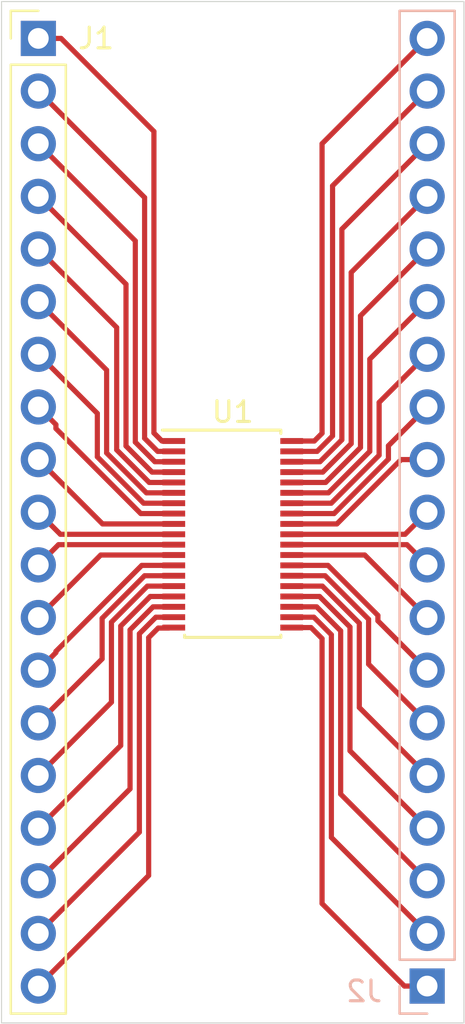
<source format=kicad_pcb>
(kicad_pcb (version 20171130) (host pcbnew 5.1.5+dfsg1-2build2)

  (general
    (thickness 1.6)
    (drawings 8)
    (tracks 141)
    (zones 0)
    (modules 3)
    (nets 39)
  )

  (page A4)
  (layers
    (0 F.Cu signal)
    (31 B.Cu signal)
    (32 B.Adhes user)
    (33 F.Adhes user)
    (34 B.Paste user)
    (35 F.Paste user)
    (36 B.SilkS user)
    (37 F.SilkS user)
    (38 B.Mask user)
    (39 F.Mask user)
    (40 Dwgs.User user)
    (41 Cmts.User user)
    (42 Eco1.User user)
    (43 Eco2.User user)
    (44 Edge.Cuts user)
    (45 Margin user)
    (46 B.CrtYd user)
    (47 F.CrtYd user)
    (48 B.Fab user)
    (49 F.Fab user)
  )

  (setup
    (last_trace_width 0.25)
    (trace_clearance 0.2)
    (zone_clearance 0.508)
    (zone_45_only no)
    (trace_min 0.2)
    (via_size 0.8)
    (via_drill 0.4)
    (via_min_size 0.4)
    (via_min_drill 0.3)
    (uvia_size 0.3)
    (uvia_drill 0.1)
    (uvias_allowed no)
    (uvia_min_size 0.2)
    (uvia_min_drill 0.1)
    (edge_width 0.05)
    (segment_width 0.2)
    (pcb_text_width 0.3)
    (pcb_text_size 1.5 1.5)
    (mod_edge_width 0.12)
    (mod_text_size 1 1)
    (mod_text_width 0.15)
    (pad_size 1.524 1.524)
    (pad_drill 0.762)
    (pad_to_mask_clearance 0.051)
    (solder_mask_min_width 0.25)
    (aux_axis_origin 0 0)
    (visible_elements FFFFFF7F)
    (pcbplotparams
      (layerselection 0x010fc_ffffffff)
      (usegerberextensions false)
      (usegerberattributes false)
      (usegerberadvancedattributes false)
      (creategerberjobfile false)
      (excludeedgelayer true)
      (linewidth 0.100000)
      (plotframeref false)
      (viasonmask false)
      (mode 1)
      (useauxorigin false)
      (hpglpennumber 1)
      (hpglpenspeed 20)
      (hpglpendiameter 15.000000)
      (psnegative false)
      (psa4output false)
      (plotreference true)
      (plotvalue true)
      (plotinvisibletext false)
      (padsonsilk false)
      (subtractmaskfromsilk false)
      (outputformat 1)
      (mirror false)
      (drillshape 1)
      (scaleselection 1)
      (outputdirectory ""))
  )

  (net 0 "")
  (net 1 "Net-(J1-Pad19)")
  (net 2 "Net-(J1-Pad18)")
  (net 3 "Net-(J1-Pad17)")
  (net 4 "Net-(J1-Pad16)")
  (net 5 "Net-(J1-Pad15)")
  (net 6 "Net-(J1-Pad14)")
  (net 7 "Net-(J1-Pad13)")
  (net 8 "Net-(J1-Pad12)")
  (net 9 "Net-(J1-Pad11)")
  (net 10 "Net-(J1-Pad10)")
  (net 11 "Net-(J1-Pad9)")
  (net 12 "Net-(J1-Pad8)")
  (net 13 "Net-(J1-Pad7)")
  (net 14 "Net-(J1-Pad6)")
  (net 15 "Net-(J1-Pad5)")
  (net 16 "Net-(J1-Pad4)")
  (net 17 "Net-(J1-Pad3)")
  (net 18 "Net-(J1-Pad2)")
  (net 19 "Net-(J1-Pad1)")
  (net 20 "Net-(J2-Pad19)")
  (net 21 "Net-(J2-Pad18)")
  (net 22 "Net-(J2-Pad17)")
  (net 23 "Net-(J2-Pad16)")
  (net 24 "Net-(J2-Pad15)")
  (net 25 "Net-(J2-Pad14)")
  (net 26 "Net-(J2-Pad13)")
  (net 27 "Net-(J2-Pad12)")
  (net 28 "Net-(J2-Pad11)")
  (net 29 "Net-(J2-Pad10)")
  (net 30 "Net-(J2-Pad9)")
  (net 31 "Net-(J2-Pad8)")
  (net 32 "Net-(J2-Pad7)")
  (net 33 "Net-(J2-Pad6)")
  (net 34 "Net-(J2-Pad5)")
  (net 35 "Net-(J2-Pad4)")
  (net 36 "Net-(J2-Pad3)")
  (net 37 "Net-(J2-Pad2)")
  (net 38 "Net-(J2-Pad1)")

  (net_class Default "This is the default net class."
    (clearance 0.2)
    (trace_width 0.25)
    (via_dia 0.8)
    (via_drill 0.4)
    (uvia_dia 0.3)
    (uvia_drill 0.1)
    (add_net "Net-(J1-Pad1)")
    (add_net "Net-(J1-Pad10)")
    (add_net "Net-(J1-Pad11)")
    (add_net "Net-(J1-Pad12)")
    (add_net "Net-(J1-Pad13)")
    (add_net "Net-(J1-Pad14)")
    (add_net "Net-(J1-Pad15)")
    (add_net "Net-(J1-Pad16)")
    (add_net "Net-(J1-Pad17)")
    (add_net "Net-(J1-Pad18)")
    (add_net "Net-(J1-Pad19)")
    (add_net "Net-(J1-Pad2)")
    (add_net "Net-(J1-Pad3)")
    (add_net "Net-(J1-Pad4)")
    (add_net "Net-(J1-Pad5)")
    (add_net "Net-(J1-Pad6)")
    (add_net "Net-(J1-Pad7)")
    (add_net "Net-(J1-Pad8)")
    (add_net "Net-(J1-Pad9)")
    (add_net "Net-(J2-Pad1)")
    (add_net "Net-(J2-Pad10)")
    (add_net "Net-(J2-Pad11)")
    (add_net "Net-(J2-Pad12)")
    (add_net "Net-(J2-Pad13)")
    (add_net "Net-(J2-Pad14)")
    (add_net "Net-(J2-Pad15)")
    (add_net "Net-(J2-Pad16)")
    (add_net "Net-(J2-Pad17)")
    (add_net "Net-(J2-Pad18)")
    (add_net "Net-(J2-Pad19)")
    (add_net "Net-(J2-Pad2)")
    (add_net "Net-(J2-Pad3)")
    (add_net "Net-(J2-Pad4)")
    (add_net "Net-(J2-Pad5)")
    (add_net "Net-(J2-Pad6)")
    (add_net "Net-(J2-Pad7)")
    (add_net "Net-(J2-Pad8)")
    (add_net "Net-(J2-Pad9)")
  )

  (module Package_SO:TSSOP-38_4.4x9.7mm_P0.5mm (layer F.Cu) (tedit 5A02F25C) (tstamp 60BB29FB)
    (at 147.32 101.902)
    (descr "TSSOP38: plastic thin shrink small outline package; 38 leads; body width 4.4 mm (see NXP SSOP-TSSOP-VSO-REFLOW.pdf and sot510-1_po.pdf)")
    (tags "SSOP 0.5")
    (path /60BB0CFF)
    (attr smd)
    (fp_text reference U1 (at 0 -5.9) (layer F.SilkS)
      (effects (font (size 1 1) (thickness 0.15)))
    )
    (fp_text value TSSOP-38 (at 0 5.9) (layer F.Fab)
      (effects (font (size 1 1) (thickness 0.15)))
    )
    (fp_text user %R (at 0 0) (layer F.Fab)
      (effects (font (size 0.8 0.8) (thickness 0.15)))
    )
    (fp_line (start -2.325 4.975) (end 2.325 4.975) (layer F.SilkS) (width 0.15))
    (fp_line (start -3.4 -5.025) (end 2.325 -5.025) (layer F.SilkS) (width 0.15))
    (fp_line (start -2.325 4.975) (end -2.325 4.8675) (layer F.SilkS) (width 0.15))
    (fp_line (start 2.325 4.975) (end 2.325 4.8675) (layer F.SilkS) (width 0.15))
    (fp_line (start 2.325 -4.975) (end 2.325 -4.8675) (layer F.SilkS) (width 0.15))
    (fp_line (start -3.65 5.15) (end 3.65 5.15) (layer F.CrtYd) (width 0.05))
    (fp_line (start -3.65 -5.15) (end 3.65 -5.15) (layer F.CrtYd) (width 0.05))
    (fp_line (start 3.65 -5.15) (end 3.65 5.15) (layer F.CrtYd) (width 0.05))
    (fp_line (start -3.65 -5.15) (end -3.65 5.15) (layer F.CrtYd) (width 0.05))
    (fp_line (start -2.2 -3.85) (end -1.2 -4.85) (layer F.Fab) (width 0.15))
    (fp_line (start -2.2 4.85) (end -2.2 -3.85) (layer F.Fab) (width 0.15))
    (fp_line (start 2.2 4.85) (end -2.2 4.85) (layer F.Fab) (width 0.15))
    (fp_line (start 2.2 -4.85) (end 2.2 4.85) (layer F.Fab) (width 0.15))
    (fp_line (start -1.2 -4.85) (end 2.2 -4.85) (layer F.Fab) (width 0.15))
    (pad 38 smd rect (at 2.85 -4.5) (size 1.1 0.285) (layers F.Cu F.Paste F.Mask)
      (net 20 "Net-(J2-Pad19)"))
    (pad 37 smd rect (at 2.85 -4) (size 1.1 0.285) (layers F.Cu F.Paste F.Mask)
      (net 21 "Net-(J2-Pad18)"))
    (pad 36 smd rect (at 2.85 -3.5) (size 1.1 0.285) (layers F.Cu F.Paste F.Mask)
      (net 22 "Net-(J2-Pad17)"))
    (pad 35 smd rect (at 2.85 -3) (size 1.1 0.285) (layers F.Cu F.Paste F.Mask)
      (net 23 "Net-(J2-Pad16)"))
    (pad 34 smd rect (at 2.85 -2.5) (size 1.1 0.285) (layers F.Cu F.Paste F.Mask)
      (net 24 "Net-(J2-Pad15)"))
    (pad 33 smd rect (at 2.85 -2) (size 1.1 0.285) (layers F.Cu F.Paste F.Mask)
      (net 25 "Net-(J2-Pad14)"))
    (pad 32 smd rect (at 2.85 -1.5) (size 1.1 0.285) (layers F.Cu F.Paste F.Mask)
      (net 26 "Net-(J2-Pad13)"))
    (pad 31 smd rect (at 2.85 -1) (size 1.1 0.285) (layers F.Cu F.Paste F.Mask)
      (net 27 "Net-(J2-Pad12)"))
    (pad 30 smd rect (at 2.85 -0.5) (size 1.1 0.285) (layers F.Cu F.Paste F.Mask)
      (net 28 "Net-(J2-Pad11)"))
    (pad 29 smd rect (at 2.85 0) (size 1.1 0.285) (layers F.Cu F.Paste F.Mask)
      (net 29 "Net-(J2-Pad10)"))
    (pad 28 smd rect (at 2.85 0.5) (size 1.1 0.285) (layers F.Cu F.Paste F.Mask)
      (net 30 "Net-(J2-Pad9)"))
    (pad 27 smd rect (at 2.85 1) (size 1.1 0.285) (layers F.Cu F.Paste F.Mask)
      (net 31 "Net-(J2-Pad8)"))
    (pad 26 smd rect (at 2.85 1.5) (size 1.1 0.285) (layers F.Cu F.Paste F.Mask)
      (net 32 "Net-(J2-Pad7)"))
    (pad 25 smd rect (at 2.85 2) (size 1.1 0.285) (layers F.Cu F.Paste F.Mask)
      (net 33 "Net-(J2-Pad6)"))
    (pad 24 smd rect (at 2.85 2.5) (size 1.1 0.285) (layers F.Cu F.Paste F.Mask)
      (net 34 "Net-(J2-Pad5)"))
    (pad 23 smd rect (at 2.85 3) (size 1.1 0.285) (layers F.Cu F.Paste F.Mask)
      (net 35 "Net-(J2-Pad4)"))
    (pad 22 smd rect (at 2.85 3.5) (size 1.1 0.285) (layers F.Cu F.Paste F.Mask)
      (net 36 "Net-(J2-Pad3)"))
    (pad 21 smd rect (at 2.85 4) (size 1.1 0.285) (layers F.Cu F.Paste F.Mask)
      (net 37 "Net-(J2-Pad2)"))
    (pad 20 smd rect (at 2.85 4.5) (size 1.1 0.285) (layers F.Cu F.Paste F.Mask)
      (net 38 "Net-(J2-Pad1)"))
    (pad 19 smd rect (at -2.85 4.5) (size 1.1 0.285) (layers F.Cu F.Paste F.Mask)
      (net 1 "Net-(J1-Pad19)"))
    (pad 18 smd rect (at -2.85 4) (size 1.1 0.285) (layers F.Cu F.Paste F.Mask)
      (net 2 "Net-(J1-Pad18)"))
    (pad 17 smd rect (at -2.85 3.5) (size 1.1 0.285) (layers F.Cu F.Paste F.Mask)
      (net 3 "Net-(J1-Pad17)"))
    (pad 16 smd rect (at -2.85 3) (size 1.1 0.285) (layers F.Cu F.Paste F.Mask)
      (net 4 "Net-(J1-Pad16)"))
    (pad 15 smd rect (at -2.85 2.5) (size 1.1 0.285) (layers F.Cu F.Paste F.Mask)
      (net 5 "Net-(J1-Pad15)"))
    (pad 14 smd rect (at -2.85 2) (size 1.1 0.285) (layers F.Cu F.Paste F.Mask)
      (net 6 "Net-(J1-Pad14)"))
    (pad 13 smd rect (at -2.85 1.5) (size 1.1 0.285) (layers F.Cu F.Paste F.Mask)
      (net 7 "Net-(J1-Pad13)"))
    (pad 12 smd rect (at -2.85 1) (size 1.1 0.285) (layers F.Cu F.Paste F.Mask)
      (net 8 "Net-(J1-Pad12)"))
    (pad 11 smd rect (at -2.85 0.5) (size 1.1 0.285) (layers F.Cu F.Paste F.Mask)
      (net 9 "Net-(J1-Pad11)"))
    (pad 10 smd rect (at -2.85 0) (size 1.1 0.285) (layers F.Cu F.Paste F.Mask)
      (net 10 "Net-(J1-Pad10)"))
    (pad 9 smd rect (at -2.85 -0.5) (size 1.1 0.285) (layers F.Cu F.Paste F.Mask)
      (net 11 "Net-(J1-Pad9)"))
    (pad 8 smd rect (at -2.85 -1) (size 1.1 0.285) (layers F.Cu F.Paste F.Mask)
      (net 12 "Net-(J1-Pad8)"))
    (pad 7 smd rect (at -2.85 -1.5) (size 1.1 0.285) (layers F.Cu F.Paste F.Mask)
      (net 13 "Net-(J1-Pad7)"))
    (pad 6 smd rect (at -2.85 -2) (size 1.1 0.285) (layers F.Cu F.Paste F.Mask)
      (net 14 "Net-(J1-Pad6)"))
    (pad 5 smd rect (at -2.85 -2.5) (size 1.1 0.285) (layers F.Cu F.Paste F.Mask)
      (net 15 "Net-(J1-Pad5)"))
    (pad 4 smd rect (at -2.85 -3) (size 1.1 0.285) (layers F.Cu F.Paste F.Mask)
      (net 16 "Net-(J1-Pad4)"))
    (pad 3 smd rect (at -2.85 -3.5) (size 1.1 0.285) (layers F.Cu F.Paste F.Mask)
      (net 17 "Net-(J1-Pad3)"))
    (pad 2 smd rect (at -2.85 -4) (size 1.1 0.285) (layers F.Cu F.Paste F.Mask)
      (net 18 "Net-(J1-Pad2)"))
    (pad 1 smd rect (at -2.85 -4.5) (size 1.1 0.285) (layers F.Cu F.Paste F.Mask)
      (net 19 "Net-(J1-Pad1)"))
    (model ${KISYS3DMOD}/Package_SO.3dshapes/TSSOP-38_4.4x9.7mm_P0.5mm.wrl
      (at (xyz 0 0 0))
      (scale (xyz 1 1 1))
      (rotate (xyz 0 0 0))
    )
  )

  (module Connector_PinHeader_2.54mm:PinHeader_1x19_P2.54mm_Vertical (layer B.Cu) (tedit 59FED5CC) (tstamp 60BB29C2)
    (at 156.718 123.698)
    (descr "Through hole straight pin header, 1x19, 2.54mm pitch, single row")
    (tags "Through hole pin header THT 1x19 2.54mm single row")
    (path /60BB6294)
    (fp_text reference J2 (at -3.048 0.254) (layer B.SilkS)
      (effects (font (size 1 1) (thickness 0.15)) (justify mirror))
    )
    (fp_text value Conn_01x19_Male (at -8.382 -45.72) (layer B.Fab)
      (effects (font (size 1 1) (thickness 0.15)) (justify mirror))
    )
    (fp_text user %R (at 0 -22.86 -90) (layer B.Fab)
      (effects (font (size 1 1) (thickness 0.15)) (justify mirror))
    )
    (fp_line (start 1.8 1.8) (end -1.8 1.8) (layer B.CrtYd) (width 0.05))
    (fp_line (start 1.8 -47.5) (end 1.8 1.8) (layer B.CrtYd) (width 0.05))
    (fp_line (start -1.8 -47.5) (end 1.8 -47.5) (layer B.CrtYd) (width 0.05))
    (fp_line (start -1.8 1.8) (end -1.8 -47.5) (layer B.CrtYd) (width 0.05))
    (fp_line (start -1.33 1.33) (end 0 1.33) (layer B.SilkS) (width 0.12))
    (fp_line (start -1.33 0) (end -1.33 1.33) (layer B.SilkS) (width 0.12))
    (fp_line (start -1.33 -1.27) (end 1.33 -1.27) (layer B.SilkS) (width 0.12))
    (fp_line (start 1.33 -1.27) (end 1.33 -47.05) (layer B.SilkS) (width 0.12))
    (fp_line (start -1.33 -1.27) (end -1.33 -47.05) (layer B.SilkS) (width 0.12))
    (fp_line (start -1.33 -47.05) (end 1.33 -47.05) (layer B.SilkS) (width 0.12))
    (fp_line (start -1.27 0.635) (end -0.635 1.27) (layer B.Fab) (width 0.1))
    (fp_line (start -1.27 -46.99) (end -1.27 0.635) (layer B.Fab) (width 0.1))
    (fp_line (start 1.27 -46.99) (end -1.27 -46.99) (layer B.Fab) (width 0.1))
    (fp_line (start 1.27 1.27) (end 1.27 -46.99) (layer B.Fab) (width 0.1))
    (fp_line (start -0.635 1.27) (end 1.27 1.27) (layer B.Fab) (width 0.1))
    (pad 19 thru_hole oval (at 0 -45.72) (size 1.7 1.7) (drill 1) (layers *.Cu *.Mask)
      (net 20 "Net-(J2-Pad19)"))
    (pad 18 thru_hole oval (at 0 -43.18) (size 1.7 1.7) (drill 1) (layers *.Cu *.Mask)
      (net 21 "Net-(J2-Pad18)"))
    (pad 17 thru_hole oval (at 0 -40.64) (size 1.7 1.7) (drill 1) (layers *.Cu *.Mask)
      (net 22 "Net-(J2-Pad17)"))
    (pad 16 thru_hole oval (at 0 -38.1) (size 1.7 1.7) (drill 1) (layers *.Cu *.Mask)
      (net 23 "Net-(J2-Pad16)"))
    (pad 15 thru_hole oval (at 0 -35.56) (size 1.7 1.7) (drill 1) (layers *.Cu *.Mask)
      (net 24 "Net-(J2-Pad15)"))
    (pad 14 thru_hole oval (at 0 -33.02) (size 1.7 1.7) (drill 1) (layers *.Cu *.Mask)
      (net 25 "Net-(J2-Pad14)"))
    (pad 13 thru_hole oval (at 0 -30.48) (size 1.7 1.7) (drill 1) (layers *.Cu *.Mask)
      (net 26 "Net-(J2-Pad13)"))
    (pad 12 thru_hole oval (at 0 -27.94) (size 1.7 1.7) (drill 1) (layers *.Cu *.Mask)
      (net 27 "Net-(J2-Pad12)"))
    (pad 11 thru_hole oval (at 0 -25.4) (size 1.7 1.7) (drill 1) (layers *.Cu *.Mask)
      (net 28 "Net-(J2-Pad11)"))
    (pad 10 thru_hole oval (at 0 -22.86) (size 1.7 1.7) (drill 1) (layers *.Cu *.Mask)
      (net 29 "Net-(J2-Pad10)"))
    (pad 9 thru_hole oval (at 0 -20.32) (size 1.7 1.7) (drill 1) (layers *.Cu *.Mask)
      (net 30 "Net-(J2-Pad9)"))
    (pad 8 thru_hole oval (at 0 -17.78) (size 1.7 1.7) (drill 1) (layers *.Cu *.Mask)
      (net 31 "Net-(J2-Pad8)"))
    (pad 7 thru_hole oval (at 0 -15.24) (size 1.7 1.7) (drill 1) (layers *.Cu *.Mask)
      (net 32 "Net-(J2-Pad7)"))
    (pad 6 thru_hole oval (at 0 -12.7) (size 1.7 1.7) (drill 1) (layers *.Cu *.Mask)
      (net 33 "Net-(J2-Pad6)"))
    (pad 5 thru_hole oval (at 0 -10.16) (size 1.7 1.7) (drill 1) (layers *.Cu *.Mask)
      (net 34 "Net-(J2-Pad5)"))
    (pad 4 thru_hole oval (at 0 -7.62) (size 1.7 1.7) (drill 1) (layers *.Cu *.Mask)
      (net 35 "Net-(J2-Pad4)"))
    (pad 3 thru_hole oval (at 0 -5.08) (size 1.7 1.7) (drill 1) (layers *.Cu *.Mask)
      (net 36 "Net-(J2-Pad3)"))
    (pad 2 thru_hole oval (at 0 -2.54) (size 1.7 1.7) (drill 1) (layers *.Cu *.Mask)
      (net 37 "Net-(J2-Pad2)"))
    (pad 1 thru_hole rect (at 0 0) (size 1.7 1.7) (drill 1) (layers *.Cu *.Mask)
      (net 38 "Net-(J2-Pad1)"))
    (model ${KISYS3DMOD}/Connector_PinHeader_2.54mm.3dshapes/PinHeader_1x19_P2.54mm_Vertical.wrl
      (at (xyz 0 0 0))
      (scale (xyz 1 1 1))
      (rotate (xyz 0 0 0))
    )
  )

  (module Connector_PinHeader_2.54mm:PinHeader_1x19_P2.54mm_Vertical (layer F.Cu) (tedit 59FED5CC) (tstamp 60BB299B)
    (at 137.922 77.978)
    (descr "Through hole straight pin header, 1x19, 2.54mm pitch, single row")
    (tags "Through hole pin header THT 1x19 2.54mm single row")
    (path /60BB2B07)
    (fp_text reference J1 (at 2.794 0) (layer F.SilkS)
      (effects (font (size 1 1) (thickness 0.15)))
    )
    (fp_text value Conn_01x19_Male (at 8.636 45.72) (layer F.Fab)
      (effects (font (size 1 1) (thickness 0.15)))
    )
    (fp_text user %R (at 0 22.86 90) (layer F.Fab)
      (effects (font (size 1 1) (thickness 0.15)))
    )
    (fp_line (start 1.8 -1.8) (end -1.8 -1.8) (layer F.CrtYd) (width 0.05))
    (fp_line (start 1.8 47.5) (end 1.8 -1.8) (layer F.CrtYd) (width 0.05))
    (fp_line (start -1.8 47.5) (end 1.8 47.5) (layer F.CrtYd) (width 0.05))
    (fp_line (start -1.8 -1.8) (end -1.8 47.5) (layer F.CrtYd) (width 0.05))
    (fp_line (start -1.33 -1.33) (end 0 -1.33) (layer F.SilkS) (width 0.12))
    (fp_line (start -1.33 0) (end -1.33 -1.33) (layer F.SilkS) (width 0.12))
    (fp_line (start -1.33 1.27) (end 1.33 1.27) (layer F.SilkS) (width 0.12))
    (fp_line (start 1.33 1.27) (end 1.33 47.05) (layer F.SilkS) (width 0.12))
    (fp_line (start -1.33 1.27) (end -1.33 47.05) (layer F.SilkS) (width 0.12))
    (fp_line (start -1.33 47.05) (end 1.33 47.05) (layer F.SilkS) (width 0.12))
    (fp_line (start -1.27 -0.635) (end -0.635 -1.27) (layer F.Fab) (width 0.1))
    (fp_line (start -1.27 46.99) (end -1.27 -0.635) (layer F.Fab) (width 0.1))
    (fp_line (start 1.27 46.99) (end -1.27 46.99) (layer F.Fab) (width 0.1))
    (fp_line (start 1.27 -1.27) (end 1.27 46.99) (layer F.Fab) (width 0.1))
    (fp_line (start -0.635 -1.27) (end 1.27 -1.27) (layer F.Fab) (width 0.1))
    (pad 19 thru_hole oval (at 0 45.72) (size 1.7 1.7) (drill 1) (layers *.Cu *.Mask)
      (net 1 "Net-(J1-Pad19)"))
    (pad 18 thru_hole oval (at 0 43.18) (size 1.7 1.7) (drill 1) (layers *.Cu *.Mask)
      (net 2 "Net-(J1-Pad18)"))
    (pad 17 thru_hole oval (at 0 40.64) (size 1.7 1.7) (drill 1) (layers *.Cu *.Mask)
      (net 3 "Net-(J1-Pad17)"))
    (pad 16 thru_hole oval (at 0 38.1) (size 1.7 1.7) (drill 1) (layers *.Cu *.Mask)
      (net 4 "Net-(J1-Pad16)"))
    (pad 15 thru_hole oval (at 0 35.56) (size 1.7 1.7) (drill 1) (layers *.Cu *.Mask)
      (net 5 "Net-(J1-Pad15)"))
    (pad 14 thru_hole oval (at 0 33.02) (size 1.7 1.7) (drill 1) (layers *.Cu *.Mask)
      (net 6 "Net-(J1-Pad14)"))
    (pad 13 thru_hole oval (at 0 30.48) (size 1.7 1.7) (drill 1) (layers *.Cu *.Mask)
      (net 7 "Net-(J1-Pad13)"))
    (pad 12 thru_hole oval (at 0 27.94) (size 1.7 1.7) (drill 1) (layers *.Cu *.Mask)
      (net 8 "Net-(J1-Pad12)"))
    (pad 11 thru_hole oval (at 0 25.4) (size 1.7 1.7) (drill 1) (layers *.Cu *.Mask)
      (net 9 "Net-(J1-Pad11)"))
    (pad 10 thru_hole oval (at 0 22.86) (size 1.7 1.7) (drill 1) (layers *.Cu *.Mask)
      (net 10 "Net-(J1-Pad10)"))
    (pad 9 thru_hole oval (at 0 20.32) (size 1.7 1.7) (drill 1) (layers *.Cu *.Mask)
      (net 11 "Net-(J1-Pad9)"))
    (pad 8 thru_hole oval (at 0 17.78) (size 1.7 1.7) (drill 1) (layers *.Cu *.Mask)
      (net 12 "Net-(J1-Pad8)"))
    (pad 7 thru_hole oval (at 0 15.24) (size 1.7 1.7) (drill 1) (layers *.Cu *.Mask)
      (net 13 "Net-(J1-Pad7)"))
    (pad 6 thru_hole oval (at 0 12.7) (size 1.7 1.7) (drill 1) (layers *.Cu *.Mask)
      (net 14 "Net-(J1-Pad6)"))
    (pad 5 thru_hole oval (at 0 10.16) (size 1.7 1.7) (drill 1) (layers *.Cu *.Mask)
      (net 15 "Net-(J1-Pad5)"))
    (pad 4 thru_hole oval (at 0 7.62) (size 1.7 1.7) (drill 1) (layers *.Cu *.Mask)
      (net 16 "Net-(J1-Pad4)"))
    (pad 3 thru_hole oval (at 0 5.08) (size 1.7 1.7) (drill 1) (layers *.Cu *.Mask)
      (net 17 "Net-(J1-Pad3)"))
    (pad 2 thru_hole oval (at 0 2.54) (size 1.7 1.7) (drill 1) (layers *.Cu *.Mask)
      (net 18 "Net-(J1-Pad2)"))
    (pad 1 thru_hole rect (at 0 0) (size 1.7 1.7) (drill 1) (layers *.Cu *.Mask)
      (net 19 "Net-(J1-Pad1)"))
    (model ${KISYS3DMOD}/Connector_PinHeader_2.54mm.3dshapes/PinHeader_1x19_P2.54mm_Vertical.wrl
      (at (xyz 0 0 0))
      (scale (xyz 1 1 1))
      (rotate (xyz 0 0 0))
    )
  )

  (gr_line (start 136.144 125.476) (end 136.144 76.2) (layer Edge.Cuts) (width 0.05) (tstamp 60BB303F))
  (gr_line (start 158.496 125.476) (end 136.144 125.476) (layer Edge.Cuts) (width 0.05))
  (gr_line (start 158.496 76.2) (end 158.496 125.476) (layer Edge.Cuts) (width 0.05))
  (gr_line (start 136.144 76.2) (end 158.496 76.2) (layer Edge.Cuts) (width 0.05))
  (gr_line (start 136.144 125.476) (end 136.144 76.2) (layer Margin) (width 0.15) (tstamp 60BB2FAE))
  (gr_line (start 158.496 125.476) (end 136.144 125.476) (layer Margin) (width 0.15))
  (gr_line (start 158.496 76.2) (end 158.496 125.476) (layer Margin) (width 0.15))
  (gr_line (start 136.144 76.2) (end 158.496 76.2) (layer Margin) (width 0.15))

  (segment (start 144.248 106.402) (end 144.224 106.426) (width 0.25) (layer F.Cu) (net 1))
  (segment (start 144.47 106.402) (end 144.248 106.402) (width 0.25) (layer F.Cu) (net 1))
  (segment (start 143.716498 106.426) (end 143.256 106.886498) (width 0.25) (layer F.Cu) (net 1))
  (segment (start 144.224 106.426) (end 143.716498 106.426) (width 0.25) (layer F.Cu) (net 1))
  (segment (start 143.256 106.886498) (end 143.256 118.364) (width 0.25) (layer F.Cu) (net 1))
  (segment (start 143.256 118.364) (end 137.922 123.698) (width 0.25) (layer F.Cu) (net 1))
  (segment (start 143.604088 105.902) (end 142.80599 106.700098) (width 0.25) (layer F.Cu) (net 2))
  (segment (start 144.47 105.902) (end 143.604088 105.902) (width 0.25) (layer F.Cu) (net 2))
  (segment (start 142.80599 116.27401) (end 137.922 121.158) (width 0.25) (layer F.Cu) (net 2))
  (segment (start 142.80599 106.700098) (end 142.80599 116.27401) (width 0.25) (layer F.Cu) (net 2))
  (segment (start 143.467678 105.402) (end 142.35598 106.513698) (width 0.25) (layer F.Cu) (net 3))
  (segment (start 144.47 105.402) (end 143.467678 105.402) (width 0.25) (layer F.Cu) (net 3))
  (segment (start 142.35598 114.18402) (end 137.922 118.618) (width 0.25) (layer F.Cu) (net 3))
  (segment (start 142.35598 106.513698) (end 142.35598 114.18402) (width 0.25) (layer F.Cu) (net 3))
  (segment (start 143.331268 104.902) (end 141.90597 106.327298) (width 0.25) (layer F.Cu) (net 4))
  (segment (start 144.47 104.902) (end 143.331268 104.902) (width 0.25) (layer F.Cu) (net 4))
  (segment (start 141.90597 112.09403) (end 137.922 116.078) (width 0.25) (layer F.Cu) (net 4))
  (segment (start 141.90597 106.327298) (end 141.90597 112.09403) (width 0.25) (layer F.Cu) (net 4))
  (segment (start 143.194858 104.402) (end 141.45596 106.140898) (width 0.25) (layer F.Cu) (net 5))
  (segment (start 144.47 104.402) (end 143.194858 104.402) (width 0.25) (layer F.Cu) (net 5))
  (segment (start 141.45596 110.00404) (end 137.922 113.538) (width 0.25) (layer F.Cu) (net 5))
  (segment (start 141.45596 106.140898) (end 141.45596 110.00404) (width 0.25) (layer F.Cu) (net 5))
  (segment (start 143.058448 103.902) (end 141.00595 105.954498) (width 0.25) (layer F.Cu) (net 6))
  (segment (start 144.47 103.902) (end 143.058448 103.902) (width 0.25) (layer F.Cu) (net 6))
  (segment (start 141.00595 107.91405) (end 137.922 110.998) (width 0.25) (layer F.Cu) (net 6))
  (segment (start 141.00595 105.954498) (end 141.00595 107.91405) (width 0.25) (layer F.Cu) (net 6))
  (segment (start 138.771999 107.608001) (end 137.922 108.458) (width 0.25) (layer F.Cu) (net 7))
  (segment (start 138.771999 107.552039) (end 138.771999 107.608001) (width 0.25) (layer F.Cu) (net 7))
  (segment (start 142.922038 103.402) (end 138.771999 107.552039) (width 0.25) (layer F.Cu) (net 7))
  (segment (start 144.47 103.402) (end 142.922038 103.402) (width 0.25) (layer F.Cu) (net 7))
  (segment (start 140.938 102.902) (end 137.922 105.918) (width 0.25) (layer F.Cu) (net 8))
  (segment (start 144.47 102.902) (end 140.938 102.902) (width 0.25) (layer F.Cu) (net 8))
  (segment (start 138.898 102.402) (end 137.922 103.378) (width 0.25) (layer F.Cu) (net 9))
  (segment (start 144.47 102.402) (end 138.898 102.402) (width 0.25) (layer F.Cu) (net 9))
  (segment (start 138.986 101.902) (end 137.922 100.838) (width 0.25) (layer F.Cu) (net 10))
  (segment (start 144.47 101.902) (end 138.986 101.902) (width 0.25) (layer F.Cu) (net 10))
  (segment (start 141.026 101.402) (end 137.922 98.298) (width 0.25) (layer F.Cu) (net 11))
  (segment (start 144.47 101.402) (end 141.026 101.402) (width 0.25) (layer F.Cu) (net 11))
  (segment (start 138.771999 96.607999) (end 137.922 95.758) (width 0.25) (layer F.Cu) (net 12))
  (segment (start 138.771999 96.799961) (end 138.771999 96.607999) (width 0.25) (layer F.Cu) (net 12))
  (segment (start 142.874038 100.902) (end 138.771999 96.799961) (width 0.25) (layer F.Cu) (net 12))
  (segment (start 144.47 100.902) (end 142.874038 100.902) (width 0.25) (layer F.Cu) (net 12))
  (segment (start 143.010448 100.402) (end 140.77399 98.165542) (width 0.25) (layer F.Cu) (net 13))
  (segment (start 144.47 100.402) (end 143.010448 100.402) (width 0.25) (layer F.Cu) (net 13))
  (segment (start 140.77399 96.06999) (end 137.922 93.218) (width 0.25) (layer F.Cu) (net 13))
  (segment (start 140.77399 98.165542) (end 140.77399 96.06999) (width 0.25) (layer F.Cu) (net 13))
  (segment (start 143.146858 99.902) (end 141.224 97.979142) (width 0.25) (layer F.Cu) (net 14))
  (segment (start 144.47 99.902) (end 143.146858 99.902) (width 0.25) (layer F.Cu) (net 14))
  (segment (start 141.224 93.98) (end 137.922 90.678) (width 0.25) (layer F.Cu) (net 14))
  (segment (start 141.224 97.979142) (end 141.224 93.98) (width 0.25) (layer F.Cu) (net 14))
  (segment (start 143.283268 99.402) (end 141.70996 97.828692) (width 0.25) (layer F.Cu) (net 15))
  (segment (start 144.47 99.402) (end 143.283268 99.402) (width 0.25) (layer F.Cu) (net 15))
  (segment (start 141.70996 91.92596) (end 137.922 88.138) (width 0.25) (layer F.Cu) (net 15))
  (segment (start 141.70996 97.828692) (end 141.70996 91.92596) (width 0.25) (layer F.Cu) (net 15))
  (segment (start 143.419678 98.902) (end 142.15997 97.642292) (width 0.25) (layer F.Cu) (net 16))
  (segment (start 144.47 98.902) (end 143.419678 98.902) (width 0.25) (layer F.Cu) (net 16))
  (segment (start 142.15997 89.83597) (end 137.922 85.598) (width 0.25) (layer F.Cu) (net 16))
  (segment (start 142.15997 97.642292) (end 142.15997 89.83597) (width 0.25) (layer F.Cu) (net 16))
  (segment (start 143.556088 98.402) (end 142.60998 97.455892) (width 0.25) (layer F.Cu) (net 17))
  (segment (start 144.47 98.402) (end 143.556088 98.402) (width 0.25) (layer F.Cu) (net 17))
  (segment (start 142.60998 87.74598) (end 137.922 83.058) (width 0.25) (layer F.Cu) (net 17))
  (segment (start 142.60998 97.455892) (end 142.60998 87.74598) (width 0.25) (layer F.Cu) (net 17))
  (segment (start 143.692498 97.902) (end 143.05999 97.269492) (width 0.25) (layer F.Cu) (net 18))
  (segment (start 144.47 97.902) (end 143.692498 97.902) (width 0.25) (layer F.Cu) (net 18))
  (segment (start 143.05999 85.65599) (end 137.922 80.518) (width 0.25) (layer F.Cu) (net 18))
  (segment (start 143.05999 97.269492) (end 143.05999 85.65599) (width 0.25) (layer F.Cu) (net 18))
  (segment (start 143.898 97.402) (end 143.51 97.014) (width 0.25) (layer F.Cu) (net 19))
  (segment (start 144.47 97.402) (end 143.898 97.402) (width 0.25) (layer F.Cu) (net 19))
  (segment (start 139.022 77.978) (end 137.922 77.978) (width 0.25) (layer F.Cu) (net 19))
  (segment (start 143.51 82.466) (end 139.022 77.978) (width 0.25) (layer F.Cu) (net 19))
  (segment (start 143.51 97.014) (end 143.51 82.466) (width 0.25) (layer F.Cu) (net 19))
  (segment (start 150.17 97.402) (end 151.264 97.402) (width 0.25) (layer F.Cu) (net 20))
  (segment (start 151.264 97.402) (end 151.638 97.028) (width 0.25) (layer F.Cu) (net 20))
  (segment (start 151.638 83.058) (end 156.718 77.978) (width 0.25) (layer F.Cu) (net 20))
  (segment (start 151.638 97.028) (end 151.638 83.058) (width 0.25) (layer F.Cu) (net 20))
  (segment (start 151.40041 97.902) (end 152.146 97.15641) (width 0.25) (layer F.Cu) (net 21))
  (segment (start 150.17 97.902) (end 151.40041 97.902) (width 0.25) (layer F.Cu) (net 21))
  (segment (start 152.146 85.09) (end 156.718 80.518) (width 0.25) (layer F.Cu) (net 21))
  (segment (start 152.146 97.15641) (end 152.146 85.09) (width 0.25) (layer F.Cu) (net 21))
  (segment (start 151.53682 98.402) (end 152.59601 97.34281) (width 0.25) (layer F.Cu) (net 22))
  (segment (start 150.17 98.402) (end 151.53682 98.402) (width 0.25) (layer F.Cu) (net 22))
  (segment (start 152.59601 87.17999) (end 156.718 83.058) (width 0.25) (layer F.Cu) (net 22))
  (segment (start 152.59601 97.34281) (end 152.59601 87.17999) (width 0.25) (layer F.Cu) (net 22))
  (segment (start 151.67323 98.902) (end 153.04602 97.52921) (width 0.25) (layer F.Cu) (net 23))
  (segment (start 150.17 98.902) (end 151.67323 98.902) (width 0.25) (layer F.Cu) (net 23))
  (segment (start 153.04602 89.26998) (end 156.718 85.598) (width 0.25) (layer F.Cu) (net 23))
  (segment (start 153.04602 97.52921) (end 153.04602 89.26998) (width 0.25) (layer F.Cu) (net 23))
  (segment (start 151.80964 99.402) (end 153.49603 97.71561) (width 0.25) (layer F.Cu) (net 24))
  (segment (start 150.17 99.402) (end 151.80964 99.402) (width 0.25) (layer F.Cu) (net 24))
  (segment (start 153.49603 91.35997) (end 156.718 88.138) (width 0.25) (layer F.Cu) (net 24))
  (segment (start 153.49603 97.71561) (end 153.49603 91.35997) (width 0.25) (layer F.Cu) (net 24))
  (segment (start 151.94605 99.902) (end 153.94604 97.90201) (width 0.25) (layer F.Cu) (net 25))
  (segment (start 150.17 99.902) (end 151.94605 99.902) (width 0.25) (layer F.Cu) (net 25))
  (segment (start 153.94604 93.44996) (end 156.718 90.678) (width 0.25) (layer F.Cu) (net 25))
  (segment (start 153.94604 97.90201) (end 153.94604 93.44996) (width 0.25) (layer F.Cu) (net 25))
  (segment (start 152.08246 100.402) (end 154.39605 98.08841) (width 0.25) (layer F.Cu) (net 26))
  (segment (start 150.17 100.402) (end 152.08246 100.402) (width 0.25) (layer F.Cu) (net 26))
  (segment (start 154.39605 95.53995) (end 156.718 93.218) (width 0.25) (layer F.Cu) (net 26))
  (segment (start 154.39605 98.08841) (end 154.39605 95.53995) (width 0.25) (layer F.Cu) (net 26))
  (segment (start 152.21887 100.902) (end 154.84606 98.27481) (width 0.25) (layer F.Cu) (net 27))
  (segment (start 150.17 100.902) (end 152.21887 100.902) (width 0.25) (layer F.Cu) (net 27))
  (segment (start 154.84606 97.62994) (end 156.718 95.758) (width 0.25) (layer F.Cu) (net 27))
  (segment (start 154.84606 98.27481) (end 154.84606 97.62994) (width 0.25) (layer F.Cu) (net 27))
  (segment (start 150.17 101.402) (end 152.35528 101.402) (width 0.25) (layer F.Cu) (net 28))
  (segment (start 155.45928 98.298) (end 156.718 98.298) (width 0.25) (layer F.Cu) (net 28))
  (segment (start 152.35528 101.402) (end 155.45928 98.298) (width 0.25) (layer F.Cu) (net 28))
  (segment (start 155.654 101.902) (end 156.718 100.838) (width 0.25) (layer F.Cu) (net 29))
  (segment (start 150.17 101.902) (end 155.654 101.902) (width 0.25) (layer F.Cu) (net 29))
  (segment (start 155.742 102.402) (end 156.718 103.378) (width 0.25) (layer F.Cu) (net 30))
  (segment (start 150.17 102.402) (end 155.742 102.402) (width 0.25) (layer F.Cu) (net 30))
  (segment (start 153.702 102.902) (end 156.718 105.918) (width 0.25) (layer F.Cu) (net 31))
  (segment (start 150.17 102.902) (end 153.702 102.902) (width 0.25) (layer F.Cu) (net 31))
  (segment (start 151.92446 103.402) (end 154.33806 105.8156) (width 0.25) (layer F.Cu) (net 32))
  (segment (start 150.17 103.402) (end 151.92446 103.402) (width 0.25) (layer F.Cu) (net 32))
  (segment (start 154.33806 106.07806) (end 156.718 108.458) (width 0.25) (layer F.Cu) (net 32))
  (segment (start 154.33806 105.8156) (end 154.33806 106.07806) (width 0.25) (layer F.Cu) (net 32))
  (segment (start 151.78805 103.902) (end 153.88805 106.002) (width 0.25) (layer F.Cu) (net 33))
  (segment (start 150.17 103.902) (end 151.78805 103.902) (width 0.25) (layer F.Cu) (net 33))
  (segment (start 153.88805 108.16805) (end 156.718 110.998) (width 0.25) (layer F.Cu) (net 33))
  (segment (start 153.88805 106.002) (end 153.88805 108.16805) (width 0.25) (layer F.Cu) (net 33))
  (segment (start 151.65164 104.402) (end 153.43804 106.1884) (width 0.25) (layer F.Cu) (net 34))
  (segment (start 150.17 104.402) (end 151.65164 104.402) (width 0.25) (layer F.Cu) (net 34))
  (segment (start 153.43804 110.25804) (end 156.718 113.538) (width 0.25) (layer F.Cu) (net 34))
  (segment (start 153.43804 106.1884) (end 153.43804 110.25804) (width 0.25) (layer F.Cu) (net 34))
  (segment (start 151.51523 104.902) (end 152.98803 106.3748) (width 0.25) (layer F.Cu) (net 35))
  (segment (start 150.17 104.902) (end 151.51523 104.902) (width 0.25) (layer F.Cu) (net 35))
  (segment (start 152.98803 112.34803) (end 156.718 116.078) (width 0.25) (layer F.Cu) (net 35))
  (segment (start 152.98803 106.3748) (end 152.98803 112.34803) (width 0.25) (layer F.Cu) (net 35))
  (segment (start 151.37882 105.402) (end 152.53802 106.5612) (width 0.25) (layer F.Cu) (net 36))
  (segment (start 150.17 105.402) (end 151.37882 105.402) (width 0.25) (layer F.Cu) (net 36))
  (segment (start 152.53802 114.43802) (end 156.718 118.618) (width 0.25) (layer F.Cu) (net 36))
  (segment (start 152.53802 106.5612) (end 152.53802 114.43802) (width 0.25) (layer F.Cu) (net 36))
  (segment (start 151.24241 105.902) (end 152.08801 106.7476) (width 0.25) (layer F.Cu) (net 37))
  (segment (start 150.17 105.902) (end 151.24241 105.902) (width 0.25) (layer F.Cu) (net 37))
  (segment (start 152.08801 116.52801) (end 156.718 121.158) (width 0.25) (layer F.Cu) (net 37))
  (segment (start 152.08801 106.7476) (end 152.08801 116.52801) (width 0.25) (layer F.Cu) (net 37))
  (segment (start 150.17 106.402) (end 151.106 106.402) (width 0.25) (layer F.Cu) (net 38))
  (segment (start 151.106 106.402) (end 151.638 106.934) (width 0.25) (layer F.Cu) (net 38))
  (segment (start 155.618 123.698) (end 156.718 123.698) (width 0.25) (layer F.Cu) (net 38))
  (segment (start 151.638 119.718) (end 155.618 123.698) (width 0.25) (layer F.Cu) (net 38))
  (segment (start 151.638 106.934) (end 151.638 119.718) (width 0.25) (layer F.Cu) (net 38))

)

</source>
